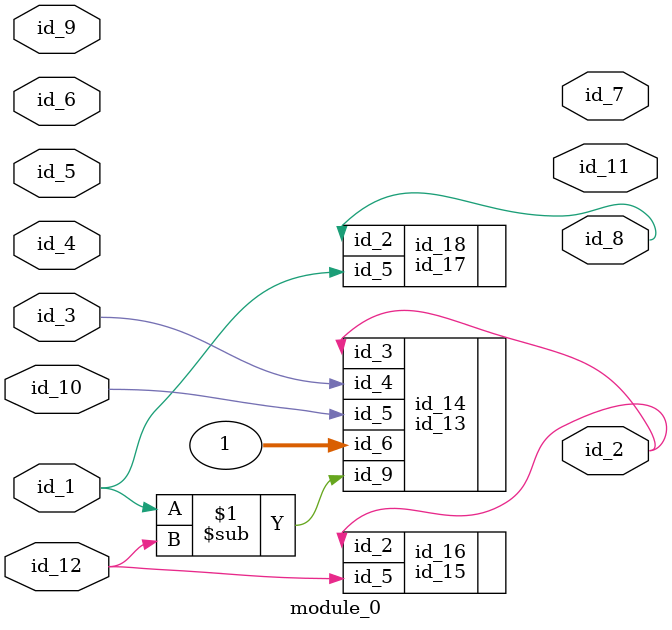
<source format=v>
module module_0 (
    id_1,
    id_2,
    id_3,
    id_4,
    id_5,
    id_6,
    id_7,
    id_8,
    id_9,
    id_10,
    id_11,
    id_12
);
  input id_12;
  output id_11;
  input id_10;
  input id_9;
  output id_8;
  output id_7;
  input id_6;
  input id_5;
  input id_4;
  input id_3;
  output id_2;
  input id_1;
  id_13 id_14 (
      .id_9(id_1 - id_12),
      .id_4(id_3),
      .id_3(id_2),
      .id_6(1),
      .id_5(id_10)
  );
  id_15 id_16 (
      .id_5((id_12)),
      .id_2(id_2)
  );
  id_17 id_18 (
      .id_2(id_8),
      .id_5(id_1)
  );
endmodule
`timescale 1ps / 1 ps `default_nettype id_1

</source>
